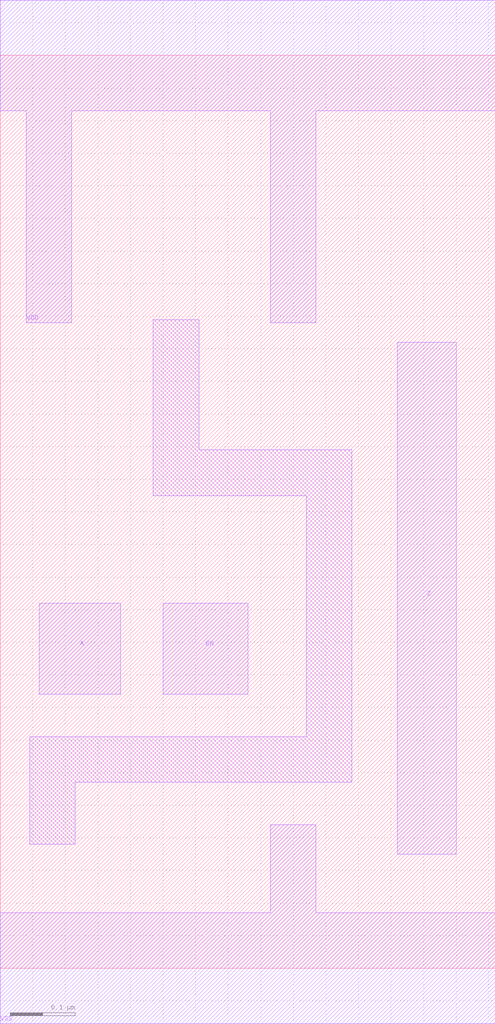
<source format=lef>
# 
# ******************************************************************************
# *                                                                            *
# *                   Copyright (C) 2004-2011, Nangate Inc.                    *
# *                           All rights reserved.                             *
# *                                                                            *
# * Nangate and the Nangate logo are trademarks of Nangate Inc.                *
# *                                                                            *
# * All trademarks, logos, software marks, and trade names (collectively the   *
# * "Marks") in this program are proprietary to Nangate or other respective    *
# * owners that have granted Nangate the right and license to use such Marks.  *
# * You are not permitted to use the Marks without the prior written consent   *
# * of Nangate or such third party that may own the Marks.                     *
# *                                                                            *
# * This file has been provided pursuant to a License Agreement containing     *
# * restrictions on its use. This file contains valuable trade secrets and     *
# * proprietary information of Nangate Inc., and is protected by U.S. and      *
# * international laws and/or treaties.                                        *
# *                                                                            *
# * The copyright notice(s) in this file does not indicate actual or intended  *
# * publication of this file.                                                  *
# *                                                                            *
# *     NGLibraryCreator, v2010.08-HR32-SP3-2010-08-05 - build 1009061800      *
# *                                                                            *
# ******************************************************************************
# 
# 
# Running on server08.nangate.com for user Giancarlo Franciscatto (gfr).
# Local time is now Thu, 6 Jan 2011, 18:10:28.
# Main process id is 3320.

VERSION 5.6 ;
BUSBITCHARS "[]" ;
DIVIDERCHAR "/" ;

MACRO ISO_FENCE0N_X2
  CLASS core ;
  FOREIGN ISO_FENCE0N_X2 0.0 0.0 ;
  ORIGIN 0 0 ;
  SYMMETRY X Y ;
  SITE FreePDK45_38x28_10R_NP_162NW_34O ;
  SIZE 0.76 BY 1.4 ;
  PIN A
    DIRECTION INPUT ;
    ANTENNAPARTIALMETALAREA 0.0175 LAYER metal1 ;
    ANTENNAPARTIALMETALSIDEAREA 0.0689 LAYER metal1 ;
    ANTENNAGATEAREA 0.01925 ;
    PORT
      LAYER metal1 ;
        POLYGON 0.06 0.42 0.185 0.42 0.185 0.56 0.06 0.56  ;
    END
  END A
  PIN EN
    DIRECTION INPUT ;
    ANTENNAPARTIALMETALAREA 0.0182 LAYER metal1 ;
    ANTENNAPARTIALMETALSIDEAREA 0.0702 LAYER metal1 ;
    ANTENNAGATEAREA 0.01925 ;
    PORT
      LAYER metal1 ;
        POLYGON 0.25 0.42 0.38 0.42 0.38 0.56 0.25 0.56  ;
    END
  END EN
  PIN Z
    DIRECTION OUTPUT ;
    ANTENNAPARTIALMETALAREA 0.07065 LAYER metal1 ;
    ANTENNAPARTIALMETALSIDEAREA 0.2275 LAYER metal1 ;
    ANTENNADIFFAREA 0.0756 ;
    PORT
      LAYER metal1 ;
        POLYGON 0.61 0.175 0.7 0.175 0.7 0.96 0.61 0.96  ;
    END
  END Z
  PIN VDD
    DIRECTION INOUT ;
    USE power ;
    SHAPE ABUTMENT ;
    PORT
      LAYER metal1 ;
        POLYGON 0 1.315 0.04 1.315 0.04 0.99 0.11 0.99 0.11 1.315 0.415 1.315 0.415 0.99 0.485 0.99 0.485 1.315 0.54 1.315 0.76 1.315 0.76 1.485 0.54 1.485 0 1.485  ;
    END
  END VDD
  PIN VSS
    DIRECTION INOUT ;
    USE ground ;
    SHAPE ABUTMENT ;
    PORT
      LAYER metal1 ;
        POLYGON 0 -0.085 0.76 -0.085 0.76 0.085 0.485 0.085 0.485 0.22 0.415 0.22 0.415 0.085 0 0.085  ;
    END
  END VSS
  OBS
      LAYER metal1 ;
        POLYGON 0.235 0.725 0.47 0.725 0.47 0.355 0.045 0.355 0.045 0.19 0.115 0.19 0.115 0.285 0.54 0.285 0.54 0.795 0.305 0.795 0.305 0.995 0.235 0.995  ;
  END
END ISO_FENCE0N_X2

END LIBRARY
#
# End of file
#

</source>
